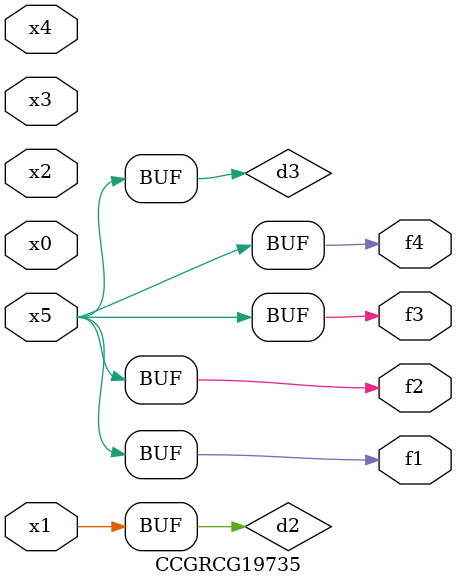
<source format=v>
module CCGRCG19735(
	input x0, x1, x2, x3, x4, x5,
	output f1, f2, f3, f4
);

	wire d1, d2, d3;

	not (d1, x5);
	or (d2, x1);
	xnor (d3, d1);
	assign f1 = d3;
	assign f2 = d3;
	assign f3 = d3;
	assign f4 = d3;
endmodule

</source>
